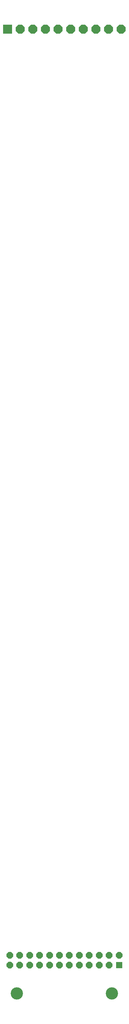
<source format=gbs>
G04 Layer_Color=16711935*
%FSLAX25Y25*%
%MOIN*%
G70*
G01*
G75*
%ADD19C,0.14579*%
%ADD20P,0.08323X8X202.5*%
%ADD21R,0.07690X0.07690*%
%ADD22R,0.10800X0.10800*%
%ADD23P,0.11690X8X22.5*%
D19*
X-56457Y23917D02*
D03*
X56457D02*
D03*
D20*
X-64961Y69311D02*
D03*
X-53150D02*
D03*
X-41339D02*
D03*
X-29528D02*
D03*
X-17717D02*
D03*
X-5906D02*
D03*
X5906D02*
D03*
X17717D02*
D03*
X29528D02*
D03*
X41339D02*
D03*
X53150D02*
D03*
X64961D02*
D03*
X-64961Y57500D02*
D03*
X-53150D02*
D03*
X-41339D02*
D03*
X-29528D02*
D03*
X-17717D02*
D03*
X-5906D02*
D03*
X5906D02*
D03*
X17717D02*
D03*
X29528D02*
D03*
X41339D02*
D03*
X53150D02*
D03*
D21*
X64961D02*
D03*
D22*
X-67500Y1170000D02*
D03*
D23*
X-52500D02*
D03*
X-37500D02*
D03*
X-22500D02*
D03*
X-7500D02*
D03*
X7500D02*
D03*
X22500D02*
D03*
X37500D02*
D03*
X52500D02*
D03*
X67500D02*
D03*
M02*

</source>
